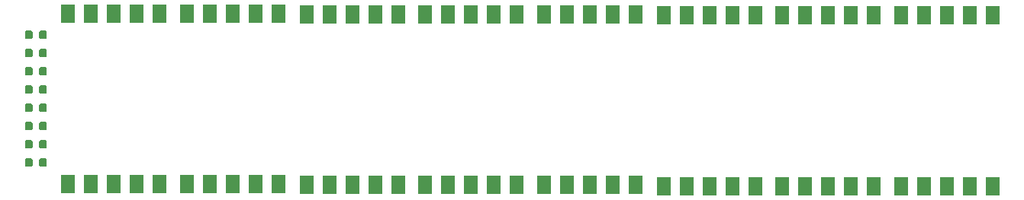
<source format=gtp>
G04 #@! TF.GenerationSoftware,KiCad,Pcbnew,5.1.4+dfsg1-1*
G04 #@! TF.CreationDate,2019-11-19T11:58:45-08:00*
G04 #@! TF.ProjectId,pmod-7-segment-v3,706d6f64-2d37-42d7-9365-676d656e742d,rev?*
G04 #@! TF.SameCoordinates,PX1f7d860PY56b8320*
G04 #@! TF.FileFunction,Paste,Top*
G04 #@! TF.FilePolarity,Positive*
%FSLAX46Y46*%
G04 Gerber Fmt 4.6, Leading zero omitted, Abs format (unit mm)*
G04 Created by KiCad (PCBNEW 5.1.4+dfsg1-1) date 2019-11-19 11:58:45*
%MOMM*%
%LPD*%
G04 APERTURE LIST*
%ADD10C,0.100000*%
%ADD11C,0.875000*%
%ADD12R,1.500000X2.000000*%
G04 APERTURE END LIST*
D10*
G36*
X8596691Y-3082053D02*
G01*
X8617926Y-3085203D01*
X8638750Y-3090419D01*
X8658962Y-3097651D01*
X8678368Y-3106830D01*
X8696781Y-3117866D01*
X8714024Y-3130654D01*
X8729930Y-3145070D01*
X8744346Y-3160976D01*
X8757134Y-3178219D01*
X8768170Y-3196632D01*
X8777349Y-3216038D01*
X8784581Y-3236250D01*
X8789797Y-3257074D01*
X8792947Y-3278309D01*
X8794000Y-3299750D01*
X8794000Y-3812250D01*
X8792947Y-3833691D01*
X8789797Y-3854926D01*
X8784581Y-3875750D01*
X8777349Y-3895962D01*
X8768170Y-3915368D01*
X8757134Y-3933781D01*
X8744346Y-3951024D01*
X8729930Y-3966930D01*
X8714024Y-3981346D01*
X8696781Y-3994134D01*
X8678368Y-4005170D01*
X8658962Y-4014349D01*
X8638750Y-4021581D01*
X8617926Y-4026797D01*
X8596691Y-4029947D01*
X8575250Y-4031000D01*
X8137750Y-4031000D01*
X8116309Y-4029947D01*
X8095074Y-4026797D01*
X8074250Y-4021581D01*
X8054038Y-4014349D01*
X8034632Y-4005170D01*
X8016219Y-3994134D01*
X7998976Y-3981346D01*
X7983070Y-3966930D01*
X7968654Y-3951024D01*
X7955866Y-3933781D01*
X7944830Y-3915368D01*
X7935651Y-3895962D01*
X7928419Y-3875750D01*
X7923203Y-3854926D01*
X7920053Y-3833691D01*
X7919000Y-3812250D01*
X7919000Y-3299750D01*
X7920053Y-3278309D01*
X7923203Y-3257074D01*
X7928419Y-3236250D01*
X7935651Y-3216038D01*
X7944830Y-3196632D01*
X7955866Y-3178219D01*
X7968654Y-3160976D01*
X7983070Y-3145070D01*
X7998976Y-3130654D01*
X8016219Y-3117866D01*
X8034632Y-3106830D01*
X8054038Y-3097651D01*
X8074250Y-3090419D01*
X8095074Y-3085203D01*
X8116309Y-3082053D01*
X8137750Y-3081000D01*
X8575250Y-3081000D01*
X8596691Y-3082053D01*
X8596691Y-3082053D01*
G37*
D11*
X8356500Y-3556000D03*
D10*
G36*
X10171691Y-3082053D02*
G01*
X10192926Y-3085203D01*
X10213750Y-3090419D01*
X10233962Y-3097651D01*
X10253368Y-3106830D01*
X10271781Y-3117866D01*
X10289024Y-3130654D01*
X10304930Y-3145070D01*
X10319346Y-3160976D01*
X10332134Y-3178219D01*
X10343170Y-3196632D01*
X10352349Y-3216038D01*
X10359581Y-3236250D01*
X10364797Y-3257074D01*
X10367947Y-3278309D01*
X10369000Y-3299750D01*
X10369000Y-3812250D01*
X10367947Y-3833691D01*
X10364797Y-3854926D01*
X10359581Y-3875750D01*
X10352349Y-3895962D01*
X10343170Y-3915368D01*
X10332134Y-3933781D01*
X10319346Y-3951024D01*
X10304930Y-3966930D01*
X10289024Y-3981346D01*
X10271781Y-3994134D01*
X10253368Y-4005170D01*
X10233962Y-4014349D01*
X10213750Y-4021581D01*
X10192926Y-4026797D01*
X10171691Y-4029947D01*
X10150250Y-4031000D01*
X9712750Y-4031000D01*
X9691309Y-4029947D01*
X9670074Y-4026797D01*
X9649250Y-4021581D01*
X9629038Y-4014349D01*
X9609632Y-4005170D01*
X9591219Y-3994134D01*
X9573976Y-3981346D01*
X9558070Y-3966930D01*
X9543654Y-3951024D01*
X9530866Y-3933781D01*
X9519830Y-3915368D01*
X9510651Y-3895962D01*
X9503419Y-3875750D01*
X9498203Y-3854926D01*
X9495053Y-3833691D01*
X9494000Y-3812250D01*
X9494000Y-3299750D01*
X9495053Y-3278309D01*
X9498203Y-3257074D01*
X9503419Y-3236250D01*
X9510651Y-3216038D01*
X9519830Y-3196632D01*
X9530866Y-3178219D01*
X9543654Y-3160976D01*
X9558070Y-3145070D01*
X9573976Y-3130654D01*
X9591219Y-3117866D01*
X9609632Y-3106830D01*
X9629038Y-3097651D01*
X9649250Y-3090419D01*
X9670074Y-3085203D01*
X9691309Y-3082053D01*
X9712750Y-3081000D01*
X10150250Y-3081000D01*
X10171691Y-3082053D01*
X10171691Y-3082053D01*
G37*
D11*
X9931500Y-3556000D03*
D10*
G36*
X8596691Y-5114053D02*
G01*
X8617926Y-5117203D01*
X8638750Y-5122419D01*
X8658962Y-5129651D01*
X8678368Y-5138830D01*
X8696781Y-5149866D01*
X8714024Y-5162654D01*
X8729930Y-5177070D01*
X8744346Y-5192976D01*
X8757134Y-5210219D01*
X8768170Y-5228632D01*
X8777349Y-5248038D01*
X8784581Y-5268250D01*
X8789797Y-5289074D01*
X8792947Y-5310309D01*
X8794000Y-5331750D01*
X8794000Y-5844250D01*
X8792947Y-5865691D01*
X8789797Y-5886926D01*
X8784581Y-5907750D01*
X8777349Y-5927962D01*
X8768170Y-5947368D01*
X8757134Y-5965781D01*
X8744346Y-5983024D01*
X8729930Y-5998930D01*
X8714024Y-6013346D01*
X8696781Y-6026134D01*
X8678368Y-6037170D01*
X8658962Y-6046349D01*
X8638750Y-6053581D01*
X8617926Y-6058797D01*
X8596691Y-6061947D01*
X8575250Y-6063000D01*
X8137750Y-6063000D01*
X8116309Y-6061947D01*
X8095074Y-6058797D01*
X8074250Y-6053581D01*
X8054038Y-6046349D01*
X8034632Y-6037170D01*
X8016219Y-6026134D01*
X7998976Y-6013346D01*
X7983070Y-5998930D01*
X7968654Y-5983024D01*
X7955866Y-5965781D01*
X7944830Y-5947368D01*
X7935651Y-5927962D01*
X7928419Y-5907750D01*
X7923203Y-5886926D01*
X7920053Y-5865691D01*
X7919000Y-5844250D01*
X7919000Y-5331750D01*
X7920053Y-5310309D01*
X7923203Y-5289074D01*
X7928419Y-5268250D01*
X7935651Y-5248038D01*
X7944830Y-5228632D01*
X7955866Y-5210219D01*
X7968654Y-5192976D01*
X7983070Y-5177070D01*
X7998976Y-5162654D01*
X8016219Y-5149866D01*
X8034632Y-5138830D01*
X8054038Y-5129651D01*
X8074250Y-5122419D01*
X8095074Y-5117203D01*
X8116309Y-5114053D01*
X8137750Y-5113000D01*
X8575250Y-5113000D01*
X8596691Y-5114053D01*
X8596691Y-5114053D01*
G37*
D11*
X8356500Y-5588000D03*
D10*
G36*
X10171691Y-5114053D02*
G01*
X10192926Y-5117203D01*
X10213750Y-5122419D01*
X10233962Y-5129651D01*
X10253368Y-5138830D01*
X10271781Y-5149866D01*
X10289024Y-5162654D01*
X10304930Y-5177070D01*
X10319346Y-5192976D01*
X10332134Y-5210219D01*
X10343170Y-5228632D01*
X10352349Y-5248038D01*
X10359581Y-5268250D01*
X10364797Y-5289074D01*
X10367947Y-5310309D01*
X10369000Y-5331750D01*
X10369000Y-5844250D01*
X10367947Y-5865691D01*
X10364797Y-5886926D01*
X10359581Y-5907750D01*
X10352349Y-5927962D01*
X10343170Y-5947368D01*
X10332134Y-5965781D01*
X10319346Y-5983024D01*
X10304930Y-5998930D01*
X10289024Y-6013346D01*
X10271781Y-6026134D01*
X10253368Y-6037170D01*
X10233962Y-6046349D01*
X10213750Y-6053581D01*
X10192926Y-6058797D01*
X10171691Y-6061947D01*
X10150250Y-6063000D01*
X9712750Y-6063000D01*
X9691309Y-6061947D01*
X9670074Y-6058797D01*
X9649250Y-6053581D01*
X9629038Y-6046349D01*
X9609632Y-6037170D01*
X9591219Y-6026134D01*
X9573976Y-6013346D01*
X9558070Y-5998930D01*
X9543654Y-5983024D01*
X9530866Y-5965781D01*
X9519830Y-5947368D01*
X9510651Y-5927962D01*
X9503419Y-5907750D01*
X9498203Y-5886926D01*
X9495053Y-5865691D01*
X9494000Y-5844250D01*
X9494000Y-5331750D01*
X9495053Y-5310309D01*
X9498203Y-5289074D01*
X9503419Y-5268250D01*
X9510651Y-5248038D01*
X9519830Y-5228632D01*
X9530866Y-5210219D01*
X9543654Y-5192976D01*
X9558070Y-5177070D01*
X9573976Y-5162654D01*
X9591219Y-5149866D01*
X9609632Y-5138830D01*
X9629038Y-5129651D01*
X9649250Y-5122419D01*
X9670074Y-5117203D01*
X9691309Y-5114053D01*
X9712750Y-5113000D01*
X10150250Y-5113000D01*
X10171691Y-5114053D01*
X10171691Y-5114053D01*
G37*
D11*
X9931500Y-5588000D03*
D10*
G36*
X8596691Y-7146053D02*
G01*
X8617926Y-7149203D01*
X8638750Y-7154419D01*
X8658962Y-7161651D01*
X8678368Y-7170830D01*
X8696781Y-7181866D01*
X8714024Y-7194654D01*
X8729930Y-7209070D01*
X8744346Y-7224976D01*
X8757134Y-7242219D01*
X8768170Y-7260632D01*
X8777349Y-7280038D01*
X8784581Y-7300250D01*
X8789797Y-7321074D01*
X8792947Y-7342309D01*
X8794000Y-7363750D01*
X8794000Y-7876250D01*
X8792947Y-7897691D01*
X8789797Y-7918926D01*
X8784581Y-7939750D01*
X8777349Y-7959962D01*
X8768170Y-7979368D01*
X8757134Y-7997781D01*
X8744346Y-8015024D01*
X8729930Y-8030930D01*
X8714024Y-8045346D01*
X8696781Y-8058134D01*
X8678368Y-8069170D01*
X8658962Y-8078349D01*
X8638750Y-8085581D01*
X8617926Y-8090797D01*
X8596691Y-8093947D01*
X8575250Y-8095000D01*
X8137750Y-8095000D01*
X8116309Y-8093947D01*
X8095074Y-8090797D01*
X8074250Y-8085581D01*
X8054038Y-8078349D01*
X8034632Y-8069170D01*
X8016219Y-8058134D01*
X7998976Y-8045346D01*
X7983070Y-8030930D01*
X7968654Y-8015024D01*
X7955866Y-7997781D01*
X7944830Y-7979368D01*
X7935651Y-7959962D01*
X7928419Y-7939750D01*
X7923203Y-7918926D01*
X7920053Y-7897691D01*
X7919000Y-7876250D01*
X7919000Y-7363750D01*
X7920053Y-7342309D01*
X7923203Y-7321074D01*
X7928419Y-7300250D01*
X7935651Y-7280038D01*
X7944830Y-7260632D01*
X7955866Y-7242219D01*
X7968654Y-7224976D01*
X7983070Y-7209070D01*
X7998976Y-7194654D01*
X8016219Y-7181866D01*
X8034632Y-7170830D01*
X8054038Y-7161651D01*
X8074250Y-7154419D01*
X8095074Y-7149203D01*
X8116309Y-7146053D01*
X8137750Y-7145000D01*
X8575250Y-7145000D01*
X8596691Y-7146053D01*
X8596691Y-7146053D01*
G37*
D11*
X8356500Y-7620000D03*
D10*
G36*
X10171691Y-7146053D02*
G01*
X10192926Y-7149203D01*
X10213750Y-7154419D01*
X10233962Y-7161651D01*
X10253368Y-7170830D01*
X10271781Y-7181866D01*
X10289024Y-7194654D01*
X10304930Y-7209070D01*
X10319346Y-7224976D01*
X10332134Y-7242219D01*
X10343170Y-7260632D01*
X10352349Y-7280038D01*
X10359581Y-7300250D01*
X10364797Y-7321074D01*
X10367947Y-7342309D01*
X10369000Y-7363750D01*
X10369000Y-7876250D01*
X10367947Y-7897691D01*
X10364797Y-7918926D01*
X10359581Y-7939750D01*
X10352349Y-7959962D01*
X10343170Y-7979368D01*
X10332134Y-7997781D01*
X10319346Y-8015024D01*
X10304930Y-8030930D01*
X10289024Y-8045346D01*
X10271781Y-8058134D01*
X10253368Y-8069170D01*
X10233962Y-8078349D01*
X10213750Y-8085581D01*
X10192926Y-8090797D01*
X10171691Y-8093947D01*
X10150250Y-8095000D01*
X9712750Y-8095000D01*
X9691309Y-8093947D01*
X9670074Y-8090797D01*
X9649250Y-8085581D01*
X9629038Y-8078349D01*
X9609632Y-8069170D01*
X9591219Y-8058134D01*
X9573976Y-8045346D01*
X9558070Y-8030930D01*
X9543654Y-8015024D01*
X9530866Y-7997781D01*
X9519830Y-7979368D01*
X9510651Y-7959962D01*
X9503419Y-7939750D01*
X9498203Y-7918926D01*
X9495053Y-7897691D01*
X9494000Y-7876250D01*
X9494000Y-7363750D01*
X9495053Y-7342309D01*
X9498203Y-7321074D01*
X9503419Y-7300250D01*
X9510651Y-7280038D01*
X9519830Y-7260632D01*
X9530866Y-7242219D01*
X9543654Y-7224976D01*
X9558070Y-7209070D01*
X9573976Y-7194654D01*
X9591219Y-7181866D01*
X9609632Y-7170830D01*
X9629038Y-7161651D01*
X9649250Y-7154419D01*
X9670074Y-7149203D01*
X9691309Y-7146053D01*
X9712750Y-7145000D01*
X10150250Y-7145000D01*
X10171691Y-7146053D01*
X10171691Y-7146053D01*
G37*
D11*
X9931500Y-7620000D03*
D10*
G36*
X8596691Y-9178053D02*
G01*
X8617926Y-9181203D01*
X8638750Y-9186419D01*
X8658962Y-9193651D01*
X8678368Y-9202830D01*
X8696781Y-9213866D01*
X8714024Y-9226654D01*
X8729930Y-9241070D01*
X8744346Y-9256976D01*
X8757134Y-9274219D01*
X8768170Y-9292632D01*
X8777349Y-9312038D01*
X8784581Y-9332250D01*
X8789797Y-9353074D01*
X8792947Y-9374309D01*
X8794000Y-9395750D01*
X8794000Y-9908250D01*
X8792947Y-9929691D01*
X8789797Y-9950926D01*
X8784581Y-9971750D01*
X8777349Y-9991962D01*
X8768170Y-10011368D01*
X8757134Y-10029781D01*
X8744346Y-10047024D01*
X8729930Y-10062930D01*
X8714024Y-10077346D01*
X8696781Y-10090134D01*
X8678368Y-10101170D01*
X8658962Y-10110349D01*
X8638750Y-10117581D01*
X8617926Y-10122797D01*
X8596691Y-10125947D01*
X8575250Y-10127000D01*
X8137750Y-10127000D01*
X8116309Y-10125947D01*
X8095074Y-10122797D01*
X8074250Y-10117581D01*
X8054038Y-10110349D01*
X8034632Y-10101170D01*
X8016219Y-10090134D01*
X7998976Y-10077346D01*
X7983070Y-10062930D01*
X7968654Y-10047024D01*
X7955866Y-10029781D01*
X7944830Y-10011368D01*
X7935651Y-9991962D01*
X7928419Y-9971750D01*
X7923203Y-9950926D01*
X7920053Y-9929691D01*
X7919000Y-9908250D01*
X7919000Y-9395750D01*
X7920053Y-9374309D01*
X7923203Y-9353074D01*
X7928419Y-9332250D01*
X7935651Y-9312038D01*
X7944830Y-9292632D01*
X7955866Y-9274219D01*
X7968654Y-9256976D01*
X7983070Y-9241070D01*
X7998976Y-9226654D01*
X8016219Y-9213866D01*
X8034632Y-9202830D01*
X8054038Y-9193651D01*
X8074250Y-9186419D01*
X8095074Y-9181203D01*
X8116309Y-9178053D01*
X8137750Y-9177000D01*
X8575250Y-9177000D01*
X8596691Y-9178053D01*
X8596691Y-9178053D01*
G37*
D11*
X8356500Y-9652000D03*
D10*
G36*
X10171691Y-9178053D02*
G01*
X10192926Y-9181203D01*
X10213750Y-9186419D01*
X10233962Y-9193651D01*
X10253368Y-9202830D01*
X10271781Y-9213866D01*
X10289024Y-9226654D01*
X10304930Y-9241070D01*
X10319346Y-9256976D01*
X10332134Y-9274219D01*
X10343170Y-9292632D01*
X10352349Y-9312038D01*
X10359581Y-9332250D01*
X10364797Y-9353074D01*
X10367947Y-9374309D01*
X10369000Y-9395750D01*
X10369000Y-9908250D01*
X10367947Y-9929691D01*
X10364797Y-9950926D01*
X10359581Y-9971750D01*
X10352349Y-9991962D01*
X10343170Y-10011368D01*
X10332134Y-10029781D01*
X10319346Y-10047024D01*
X10304930Y-10062930D01*
X10289024Y-10077346D01*
X10271781Y-10090134D01*
X10253368Y-10101170D01*
X10233962Y-10110349D01*
X10213750Y-10117581D01*
X10192926Y-10122797D01*
X10171691Y-10125947D01*
X10150250Y-10127000D01*
X9712750Y-10127000D01*
X9691309Y-10125947D01*
X9670074Y-10122797D01*
X9649250Y-10117581D01*
X9629038Y-10110349D01*
X9609632Y-10101170D01*
X9591219Y-10090134D01*
X9573976Y-10077346D01*
X9558070Y-10062930D01*
X9543654Y-10047024D01*
X9530866Y-10029781D01*
X9519830Y-10011368D01*
X9510651Y-9991962D01*
X9503419Y-9971750D01*
X9498203Y-9950926D01*
X9495053Y-9929691D01*
X9494000Y-9908250D01*
X9494000Y-9395750D01*
X9495053Y-9374309D01*
X9498203Y-9353074D01*
X9503419Y-9332250D01*
X9510651Y-9312038D01*
X9519830Y-9292632D01*
X9530866Y-9274219D01*
X9543654Y-9256976D01*
X9558070Y-9241070D01*
X9573976Y-9226654D01*
X9591219Y-9213866D01*
X9609632Y-9202830D01*
X9629038Y-9193651D01*
X9649250Y-9186419D01*
X9670074Y-9181203D01*
X9691309Y-9178053D01*
X9712750Y-9177000D01*
X10150250Y-9177000D01*
X10171691Y-9178053D01*
X10171691Y-9178053D01*
G37*
D11*
X9931500Y-9652000D03*
D10*
G36*
X8596691Y-11210053D02*
G01*
X8617926Y-11213203D01*
X8638750Y-11218419D01*
X8658962Y-11225651D01*
X8678368Y-11234830D01*
X8696781Y-11245866D01*
X8714024Y-11258654D01*
X8729930Y-11273070D01*
X8744346Y-11288976D01*
X8757134Y-11306219D01*
X8768170Y-11324632D01*
X8777349Y-11344038D01*
X8784581Y-11364250D01*
X8789797Y-11385074D01*
X8792947Y-11406309D01*
X8794000Y-11427750D01*
X8794000Y-11940250D01*
X8792947Y-11961691D01*
X8789797Y-11982926D01*
X8784581Y-12003750D01*
X8777349Y-12023962D01*
X8768170Y-12043368D01*
X8757134Y-12061781D01*
X8744346Y-12079024D01*
X8729930Y-12094930D01*
X8714024Y-12109346D01*
X8696781Y-12122134D01*
X8678368Y-12133170D01*
X8658962Y-12142349D01*
X8638750Y-12149581D01*
X8617926Y-12154797D01*
X8596691Y-12157947D01*
X8575250Y-12159000D01*
X8137750Y-12159000D01*
X8116309Y-12157947D01*
X8095074Y-12154797D01*
X8074250Y-12149581D01*
X8054038Y-12142349D01*
X8034632Y-12133170D01*
X8016219Y-12122134D01*
X7998976Y-12109346D01*
X7983070Y-12094930D01*
X7968654Y-12079024D01*
X7955866Y-12061781D01*
X7944830Y-12043368D01*
X7935651Y-12023962D01*
X7928419Y-12003750D01*
X7923203Y-11982926D01*
X7920053Y-11961691D01*
X7919000Y-11940250D01*
X7919000Y-11427750D01*
X7920053Y-11406309D01*
X7923203Y-11385074D01*
X7928419Y-11364250D01*
X7935651Y-11344038D01*
X7944830Y-11324632D01*
X7955866Y-11306219D01*
X7968654Y-11288976D01*
X7983070Y-11273070D01*
X7998976Y-11258654D01*
X8016219Y-11245866D01*
X8034632Y-11234830D01*
X8054038Y-11225651D01*
X8074250Y-11218419D01*
X8095074Y-11213203D01*
X8116309Y-11210053D01*
X8137750Y-11209000D01*
X8575250Y-11209000D01*
X8596691Y-11210053D01*
X8596691Y-11210053D01*
G37*
D11*
X8356500Y-11684000D03*
D10*
G36*
X10171691Y-11210053D02*
G01*
X10192926Y-11213203D01*
X10213750Y-11218419D01*
X10233962Y-11225651D01*
X10253368Y-11234830D01*
X10271781Y-11245866D01*
X10289024Y-11258654D01*
X10304930Y-11273070D01*
X10319346Y-11288976D01*
X10332134Y-11306219D01*
X10343170Y-11324632D01*
X10352349Y-11344038D01*
X10359581Y-11364250D01*
X10364797Y-11385074D01*
X10367947Y-11406309D01*
X10369000Y-11427750D01*
X10369000Y-11940250D01*
X10367947Y-11961691D01*
X10364797Y-11982926D01*
X10359581Y-12003750D01*
X10352349Y-12023962D01*
X10343170Y-12043368D01*
X10332134Y-12061781D01*
X10319346Y-12079024D01*
X10304930Y-12094930D01*
X10289024Y-12109346D01*
X10271781Y-12122134D01*
X10253368Y-12133170D01*
X10233962Y-12142349D01*
X10213750Y-12149581D01*
X10192926Y-12154797D01*
X10171691Y-12157947D01*
X10150250Y-12159000D01*
X9712750Y-12159000D01*
X9691309Y-12157947D01*
X9670074Y-12154797D01*
X9649250Y-12149581D01*
X9629038Y-12142349D01*
X9609632Y-12133170D01*
X9591219Y-12122134D01*
X9573976Y-12109346D01*
X9558070Y-12094930D01*
X9543654Y-12079024D01*
X9530866Y-12061781D01*
X9519830Y-12043368D01*
X9510651Y-12023962D01*
X9503419Y-12003750D01*
X9498203Y-11982926D01*
X9495053Y-11961691D01*
X9494000Y-11940250D01*
X9494000Y-11427750D01*
X9495053Y-11406309D01*
X9498203Y-11385074D01*
X9503419Y-11364250D01*
X9510651Y-11344038D01*
X9519830Y-11324632D01*
X9530866Y-11306219D01*
X9543654Y-11288976D01*
X9558070Y-11273070D01*
X9573976Y-11258654D01*
X9591219Y-11245866D01*
X9609632Y-11234830D01*
X9629038Y-11225651D01*
X9649250Y-11218419D01*
X9670074Y-11213203D01*
X9691309Y-11210053D01*
X9712750Y-11209000D01*
X10150250Y-11209000D01*
X10171691Y-11210053D01*
X10171691Y-11210053D01*
G37*
D11*
X9931500Y-11684000D03*
D10*
G36*
X8596691Y-13242053D02*
G01*
X8617926Y-13245203D01*
X8638750Y-13250419D01*
X8658962Y-13257651D01*
X8678368Y-13266830D01*
X8696781Y-13277866D01*
X8714024Y-13290654D01*
X8729930Y-13305070D01*
X8744346Y-13320976D01*
X8757134Y-13338219D01*
X8768170Y-13356632D01*
X8777349Y-13376038D01*
X8784581Y-13396250D01*
X8789797Y-13417074D01*
X8792947Y-13438309D01*
X8794000Y-13459750D01*
X8794000Y-13972250D01*
X8792947Y-13993691D01*
X8789797Y-14014926D01*
X8784581Y-14035750D01*
X8777349Y-14055962D01*
X8768170Y-14075368D01*
X8757134Y-14093781D01*
X8744346Y-14111024D01*
X8729930Y-14126930D01*
X8714024Y-14141346D01*
X8696781Y-14154134D01*
X8678368Y-14165170D01*
X8658962Y-14174349D01*
X8638750Y-14181581D01*
X8617926Y-14186797D01*
X8596691Y-14189947D01*
X8575250Y-14191000D01*
X8137750Y-14191000D01*
X8116309Y-14189947D01*
X8095074Y-14186797D01*
X8074250Y-14181581D01*
X8054038Y-14174349D01*
X8034632Y-14165170D01*
X8016219Y-14154134D01*
X7998976Y-14141346D01*
X7983070Y-14126930D01*
X7968654Y-14111024D01*
X7955866Y-14093781D01*
X7944830Y-14075368D01*
X7935651Y-14055962D01*
X7928419Y-14035750D01*
X7923203Y-14014926D01*
X7920053Y-13993691D01*
X7919000Y-13972250D01*
X7919000Y-13459750D01*
X7920053Y-13438309D01*
X7923203Y-13417074D01*
X7928419Y-13396250D01*
X7935651Y-13376038D01*
X7944830Y-13356632D01*
X7955866Y-13338219D01*
X7968654Y-13320976D01*
X7983070Y-13305070D01*
X7998976Y-13290654D01*
X8016219Y-13277866D01*
X8034632Y-13266830D01*
X8054038Y-13257651D01*
X8074250Y-13250419D01*
X8095074Y-13245203D01*
X8116309Y-13242053D01*
X8137750Y-13241000D01*
X8575250Y-13241000D01*
X8596691Y-13242053D01*
X8596691Y-13242053D01*
G37*
D11*
X8356500Y-13716000D03*
D10*
G36*
X10171691Y-13242053D02*
G01*
X10192926Y-13245203D01*
X10213750Y-13250419D01*
X10233962Y-13257651D01*
X10253368Y-13266830D01*
X10271781Y-13277866D01*
X10289024Y-13290654D01*
X10304930Y-13305070D01*
X10319346Y-13320976D01*
X10332134Y-13338219D01*
X10343170Y-13356632D01*
X10352349Y-13376038D01*
X10359581Y-13396250D01*
X10364797Y-13417074D01*
X10367947Y-13438309D01*
X10369000Y-13459750D01*
X10369000Y-13972250D01*
X10367947Y-13993691D01*
X10364797Y-14014926D01*
X10359581Y-14035750D01*
X10352349Y-14055962D01*
X10343170Y-14075368D01*
X10332134Y-14093781D01*
X10319346Y-14111024D01*
X10304930Y-14126930D01*
X10289024Y-14141346D01*
X10271781Y-14154134D01*
X10253368Y-14165170D01*
X10233962Y-14174349D01*
X10213750Y-14181581D01*
X10192926Y-14186797D01*
X10171691Y-14189947D01*
X10150250Y-14191000D01*
X9712750Y-14191000D01*
X9691309Y-14189947D01*
X9670074Y-14186797D01*
X9649250Y-14181581D01*
X9629038Y-14174349D01*
X9609632Y-14165170D01*
X9591219Y-14154134D01*
X9573976Y-14141346D01*
X9558070Y-14126930D01*
X9543654Y-14111024D01*
X9530866Y-14093781D01*
X9519830Y-14075368D01*
X9510651Y-14055962D01*
X9503419Y-14035750D01*
X9498203Y-14014926D01*
X9495053Y-13993691D01*
X9494000Y-13972250D01*
X9494000Y-13459750D01*
X9495053Y-13438309D01*
X9498203Y-13417074D01*
X9503419Y-13396250D01*
X9510651Y-13376038D01*
X9519830Y-13356632D01*
X9530866Y-13338219D01*
X9543654Y-13320976D01*
X9558070Y-13305070D01*
X9573976Y-13290654D01*
X9591219Y-13277866D01*
X9609632Y-13266830D01*
X9629038Y-13257651D01*
X9649250Y-13250419D01*
X9670074Y-13245203D01*
X9691309Y-13242053D01*
X9712750Y-13241000D01*
X10150250Y-13241000D01*
X10171691Y-13242053D01*
X10171691Y-13242053D01*
G37*
D11*
X9931500Y-13716000D03*
D10*
G36*
X8596691Y-15274053D02*
G01*
X8617926Y-15277203D01*
X8638750Y-15282419D01*
X8658962Y-15289651D01*
X8678368Y-15298830D01*
X8696781Y-15309866D01*
X8714024Y-15322654D01*
X8729930Y-15337070D01*
X8744346Y-15352976D01*
X8757134Y-15370219D01*
X8768170Y-15388632D01*
X8777349Y-15408038D01*
X8784581Y-15428250D01*
X8789797Y-15449074D01*
X8792947Y-15470309D01*
X8794000Y-15491750D01*
X8794000Y-16004250D01*
X8792947Y-16025691D01*
X8789797Y-16046926D01*
X8784581Y-16067750D01*
X8777349Y-16087962D01*
X8768170Y-16107368D01*
X8757134Y-16125781D01*
X8744346Y-16143024D01*
X8729930Y-16158930D01*
X8714024Y-16173346D01*
X8696781Y-16186134D01*
X8678368Y-16197170D01*
X8658962Y-16206349D01*
X8638750Y-16213581D01*
X8617926Y-16218797D01*
X8596691Y-16221947D01*
X8575250Y-16223000D01*
X8137750Y-16223000D01*
X8116309Y-16221947D01*
X8095074Y-16218797D01*
X8074250Y-16213581D01*
X8054038Y-16206349D01*
X8034632Y-16197170D01*
X8016219Y-16186134D01*
X7998976Y-16173346D01*
X7983070Y-16158930D01*
X7968654Y-16143024D01*
X7955866Y-16125781D01*
X7944830Y-16107368D01*
X7935651Y-16087962D01*
X7928419Y-16067750D01*
X7923203Y-16046926D01*
X7920053Y-16025691D01*
X7919000Y-16004250D01*
X7919000Y-15491750D01*
X7920053Y-15470309D01*
X7923203Y-15449074D01*
X7928419Y-15428250D01*
X7935651Y-15408038D01*
X7944830Y-15388632D01*
X7955866Y-15370219D01*
X7968654Y-15352976D01*
X7983070Y-15337070D01*
X7998976Y-15322654D01*
X8016219Y-15309866D01*
X8034632Y-15298830D01*
X8054038Y-15289651D01*
X8074250Y-15282419D01*
X8095074Y-15277203D01*
X8116309Y-15274053D01*
X8137750Y-15273000D01*
X8575250Y-15273000D01*
X8596691Y-15274053D01*
X8596691Y-15274053D01*
G37*
D11*
X8356500Y-15748000D03*
D10*
G36*
X10171691Y-15274053D02*
G01*
X10192926Y-15277203D01*
X10213750Y-15282419D01*
X10233962Y-15289651D01*
X10253368Y-15298830D01*
X10271781Y-15309866D01*
X10289024Y-15322654D01*
X10304930Y-15337070D01*
X10319346Y-15352976D01*
X10332134Y-15370219D01*
X10343170Y-15388632D01*
X10352349Y-15408038D01*
X10359581Y-15428250D01*
X10364797Y-15449074D01*
X10367947Y-15470309D01*
X10369000Y-15491750D01*
X10369000Y-16004250D01*
X10367947Y-16025691D01*
X10364797Y-16046926D01*
X10359581Y-16067750D01*
X10352349Y-16087962D01*
X10343170Y-16107368D01*
X10332134Y-16125781D01*
X10319346Y-16143024D01*
X10304930Y-16158930D01*
X10289024Y-16173346D01*
X10271781Y-16186134D01*
X10253368Y-16197170D01*
X10233962Y-16206349D01*
X10213750Y-16213581D01*
X10192926Y-16218797D01*
X10171691Y-16221947D01*
X10150250Y-16223000D01*
X9712750Y-16223000D01*
X9691309Y-16221947D01*
X9670074Y-16218797D01*
X9649250Y-16213581D01*
X9629038Y-16206349D01*
X9609632Y-16197170D01*
X9591219Y-16186134D01*
X9573976Y-16173346D01*
X9558070Y-16158930D01*
X9543654Y-16143024D01*
X9530866Y-16125781D01*
X9519830Y-16107368D01*
X9510651Y-16087962D01*
X9503419Y-16067750D01*
X9498203Y-16046926D01*
X9495053Y-16025691D01*
X9494000Y-16004250D01*
X9494000Y-15491750D01*
X9495053Y-15470309D01*
X9498203Y-15449074D01*
X9503419Y-15428250D01*
X9510651Y-15408038D01*
X9519830Y-15388632D01*
X9530866Y-15370219D01*
X9543654Y-15352976D01*
X9558070Y-15337070D01*
X9573976Y-15322654D01*
X9591219Y-15309866D01*
X9609632Y-15298830D01*
X9629038Y-15289651D01*
X9649250Y-15282419D01*
X9670074Y-15277203D01*
X9691309Y-15274053D01*
X9712750Y-15273000D01*
X10150250Y-15273000D01*
X10171691Y-15274053D01*
X10171691Y-15274053D01*
G37*
D11*
X9931500Y-15748000D03*
D10*
G36*
X8596691Y-17306053D02*
G01*
X8617926Y-17309203D01*
X8638750Y-17314419D01*
X8658962Y-17321651D01*
X8678368Y-17330830D01*
X8696781Y-17341866D01*
X8714024Y-17354654D01*
X8729930Y-17369070D01*
X8744346Y-17384976D01*
X8757134Y-17402219D01*
X8768170Y-17420632D01*
X8777349Y-17440038D01*
X8784581Y-17460250D01*
X8789797Y-17481074D01*
X8792947Y-17502309D01*
X8794000Y-17523750D01*
X8794000Y-18036250D01*
X8792947Y-18057691D01*
X8789797Y-18078926D01*
X8784581Y-18099750D01*
X8777349Y-18119962D01*
X8768170Y-18139368D01*
X8757134Y-18157781D01*
X8744346Y-18175024D01*
X8729930Y-18190930D01*
X8714024Y-18205346D01*
X8696781Y-18218134D01*
X8678368Y-18229170D01*
X8658962Y-18238349D01*
X8638750Y-18245581D01*
X8617926Y-18250797D01*
X8596691Y-18253947D01*
X8575250Y-18255000D01*
X8137750Y-18255000D01*
X8116309Y-18253947D01*
X8095074Y-18250797D01*
X8074250Y-18245581D01*
X8054038Y-18238349D01*
X8034632Y-18229170D01*
X8016219Y-18218134D01*
X7998976Y-18205346D01*
X7983070Y-18190930D01*
X7968654Y-18175024D01*
X7955866Y-18157781D01*
X7944830Y-18139368D01*
X7935651Y-18119962D01*
X7928419Y-18099750D01*
X7923203Y-18078926D01*
X7920053Y-18057691D01*
X7919000Y-18036250D01*
X7919000Y-17523750D01*
X7920053Y-17502309D01*
X7923203Y-17481074D01*
X7928419Y-17460250D01*
X7935651Y-17440038D01*
X7944830Y-17420632D01*
X7955866Y-17402219D01*
X7968654Y-17384976D01*
X7983070Y-17369070D01*
X7998976Y-17354654D01*
X8016219Y-17341866D01*
X8034632Y-17330830D01*
X8054038Y-17321651D01*
X8074250Y-17314419D01*
X8095074Y-17309203D01*
X8116309Y-17306053D01*
X8137750Y-17305000D01*
X8575250Y-17305000D01*
X8596691Y-17306053D01*
X8596691Y-17306053D01*
G37*
D11*
X8356500Y-17780000D03*
D10*
G36*
X10171691Y-17306053D02*
G01*
X10192926Y-17309203D01*
X10213750Y-17314419D01*
X10233962Y-17321651D01*
X10253368Y-17330830D01*
X10271781Y-17341866D01*
X10289024Y-17354654D01*
X10304930Y-17369070D01*
X10319346Y-17384976D01*
X10332134Y-17402219D01*
X10343170Y-17420632D01*
X10352349Y-17440038D01*
X10359581Y-17460250D01*
X10364797Y-17481074D01*
X10367947Y-17502309D01*
X10369000Y-17523750D01*
X10369000Y-18036250D01*
X10367947Y-18057691D01*
X10364797Y-18078926D01*
X10359581Y-18099750D01*
X10352349Y-18119962D01*
X10343170Y-18139368D01*
X10332134Y-18157781D01*
X10319346Y-18175024D01*
X10304930Y-18190930D01*
X10289024Y-18205346D01*
X10271781Y-18218134D01*
X10253368Y-18229170D01*
X10233962Y-18238349D01*
X10213750Y-18245581D01*
X10192926Y-18250797D01*
X10171691Y-18253947D01*
X10150250Y-18255000D01*
X9712750Y-18255000D01*
X9691309Y-18253947D01*
X9670074Y-18250797D01*
X9649250Y-18245581D01*
X9629038Y-18238349D01*
X9609632Y-18229170D01*
X9591219Y-18218134D01*
X9573976Y-18205346D01*
X9558070Y-18190930D01*
X9543654Y-18175024D01*
X9530866Y-18157781D01*
X9519830Y-18139368D01*
X9510651Y-18119962D01*
X9503419Y-18099750D01*
X9498203Y-18078926D01*
X9495053Y-18057691D01*
X9494000Y-18036250D01*
X9494000Y-17523750D01*
X9495053Y-17502309D01*
X9498203Y-17481074D01*
X9503419Y-17460250D01*
X9510651Y-17440038D01*
X9519830Y-17420632D01*
X9530866Y-17402219D01*
X9543654Y-17384976D01*
X9558070Y-17369070D01*
X9573976Y-17354654D01*
X9591219Y-17341866D01*
X9609632Y-17330830D01*
X9629038Y-17321651D01*
X9649250Y-17314419D01*
X9670074Y-17309203D01*
X9691309Y-17306053D01*
X9712750Y-17305000D01*
X10150250Y-17305000D01*
X10171691Y-17306053D01*
X10171691Y-17306053D01*
G37*
D11*
X9931500Y-17780000D03*
D12*
X105156000Y-1411999D03*
X107696000Y-1411999D03*
X112776000Y-1411999D03*
X115316000Y-1411999D03*
X110236000Y-1411999D03*
X115316000Y-20411999D03*
X112776000Y-20411999D03*
X107696000Y-20411999D03*
X105156000Y-20411999D03*
X110236000Y-20411999D03*
X91948000Y-1411999D03*
X94488000Y-1411999D03*
X99568000Y-1411999D03*
X102108000Y-1411999D03*
X97028000Y-1411999D03*
X102108000Y-20411999D03*
X99568000Y-20411999D03*
X94488000Y-20411999D03*
X91948000Y-20411999D03*
X97028000Y-20411999D03*
X78786000Y-1411999D03*
X81326000Y-1411999D03*
X86406000Y-1411999D03*
X88946000Y-1411999D03*
X83866000Y-1411999D03*
X88946000Y-20411999D03*
X86406000Y-20411999D03*
X81326000Y-20411999D03*
X78786000Y-20411999D03*
X83866000Y-20411999D03*
X65532000Y-1255999D03*
X68072000Y-1255999D03*
X73152000Y-1255999D03*
X75692000Y-1255999D03*
X70612000Y-1255999D03*
X75692000Y-20255999D03*
X73152000Y-20255999D03*
X68072000Y-20255999D03*
X65532000Y-20255999D03*
X70612000Y-20255999D03*
X52324000Y-1255999D03*
X54864000Y-1255999D03*
X59944000Y-1255999D03*
X62484000Y-1255999D03*
X57404000Y-1255999D03*
X62484000Y-20255999D03*
X59944000Y-20255999D03*
X54864000Y-20255999D03*
X52324000Y-20255999D03*
X57404000Y-20255999D03*
X39162000Y-1255999D03*
X41702000Y-1255999D03*
X46782000Y-1255999D03*
X49322000Y-1255999D03*
X44242000Y-1255999D03*
X49322000Y-20255999D03*
X46782000Y-20255999D03*
X41702000Y-20255999D03*
X39162000Y-20255999D03*
X44242000Y-20255999D03*
X25908000Y-1168000D03*
X28448000Y-1168000D03*
X33528000Y-1168000D03*
X36068000Y-1168000D03*
X30988000Y-1168000D03*
X36068000Y-20168000D03*
X33528000Y-20168000D03*
X28448000Y-20168000D03*
X25908000Y-20168000D03*
X30988000Y-20168000D03*
X12700000Y-1168000D03*
X15240000Y-1168000D03*
X20320000Y-1168000D03*
X22860000Y-1168000D03*
X17780000Y-1168000D03*
X22860000Y-20168000D03*
X20320000Y-20168000D03*
X15240000Y-20168000D03*
X12700000Y-20168000D03*
X17780000Y-20168000D03*
M02*

</source>
